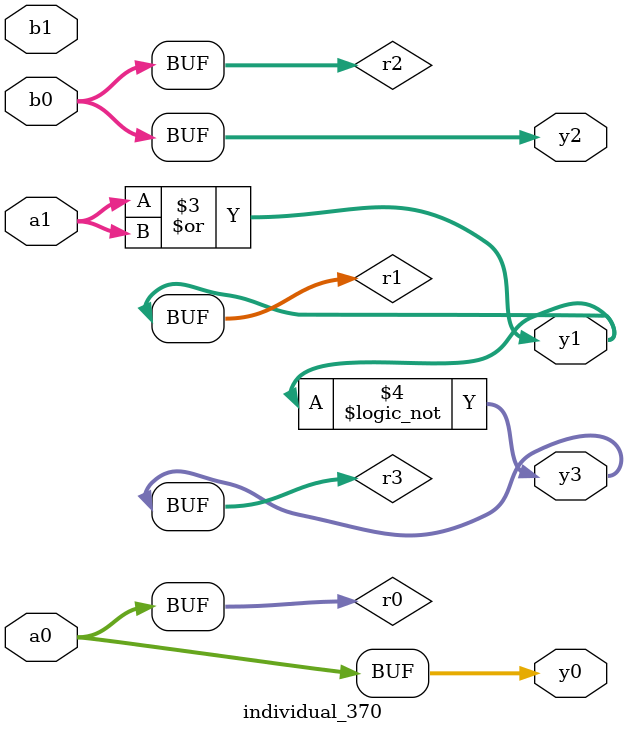
<source format=sv>
module individual_370(input logic [15:0] a1, input logic [15:0] a0, input logic [15:0] b1, input logic [15:0] b0, output logic [15:0] y3, output logic [15:0] y2, output logic [15:0] y1, output logic [15:0] y0);
logic [15:0] r0, r1, r2, r3; 
 always@(*) begin 
	 r0 = a0; r1 = a1; r2 = b0; r3 = b1; 
 	 r3  ^=  a0 ;
 	 r1  |=  r1 ;
 	 r3 = ! r1 ;
 	 y3 = r3; y2 = r2; y1 = r1; y0 = r0; 
end
endmodule
</source>
